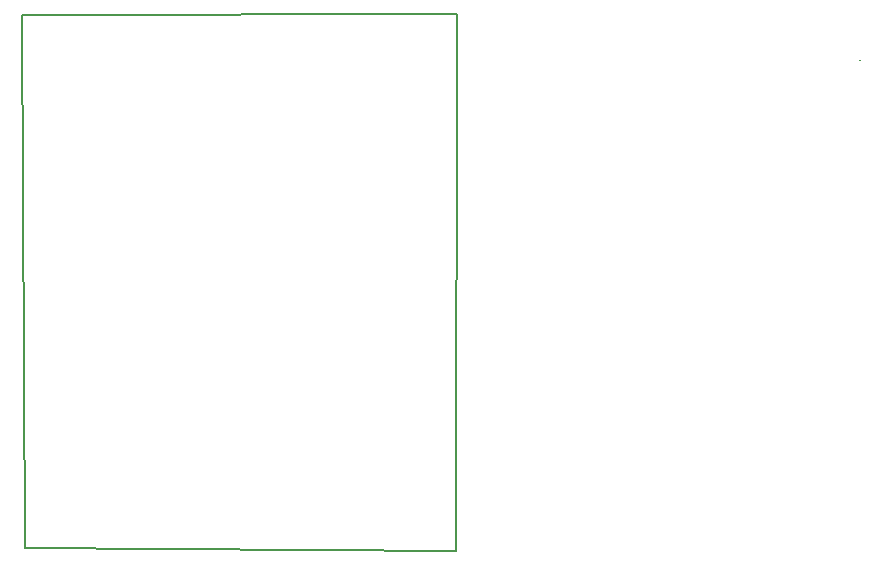
<source format=gbr>
G04 #@! TF.GenerationSoftware,KiCad,Pcbnew,5.1.7-a382d34a8~88~ubuntu18.04.1*
G04 #@! TF.CreationDate,2022-03-02T17:55:55+05:30*
G04 #@! TF.ProjectId,WaterTank_module_v1,57617465-7254-4616-9e6b-5f6d6f64756c,rev?*
G04 #@! TF.SameCoordinates,Original*
G04 #@! TF.FileFunction,Other,User*
%FSLAX46Y46*%
G04 Gerber Fmt 4.6, Leading zero omitted, Abs format (unit mm)*
G04 Created by KiCad (PCBNEW 5.1.7-a382d34a8~88~ubuntu18.04.1) date 2022-03-02 17:55:55*
%MOMM*%
%LPD*%
G01*
G04 APERTURE LIST*
%ADD10C,0.150000*%
G04 APERTURE END LIST*
D10*
X23279100Y-89527380D02*
X23281640Y-89519760D01*
X59763660Y-89766140D02*
X23279100Y-89527380D01*
X59896040Y-44364240D02*
X59763660Y-89766140D01*
X23015240Y-44371860D02*
X59896040Y-44364240D01*
X23279100Y-89527380D02*
X23015240Y-44371860D01*
X93936820Y-48252380D02*
X93949520Y-48226980D01*
X93936820Y-48239680D02*
X93936820Y-48252380D01*
M02*

</source>
